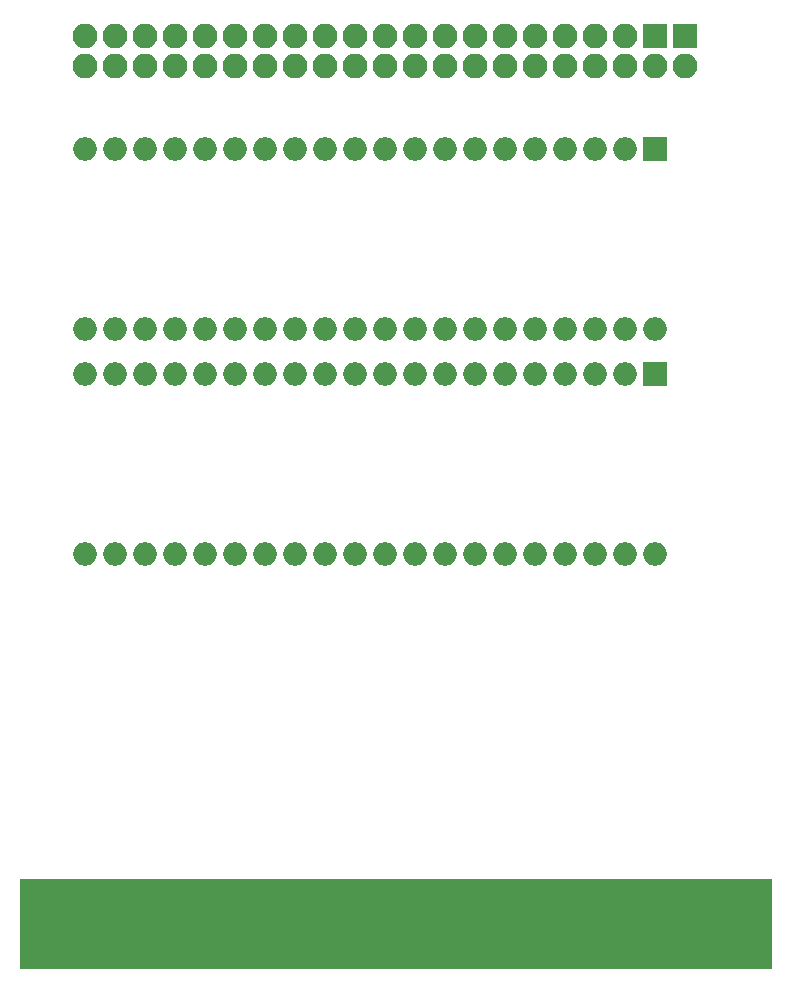
<source format=gbs>
%TF.GenerationSoftware,KiCad,Pcbnew,(5.0.0)*%
%TF.CreationDate,2018-09-17T10:05:30-07:00*%
%TF.ProjectId,6522,363532322E6B696361645F7063620000,0.1*%
%TF.SameCoordinates,PX6b302f8PY7fe6300*%
%TF.FileFunction,Soldermask,Bot*%
%TF.FilePolarity,Negative*%
%FSLAX46Y46*%
G04 Gerber Fmt 4.6, Leading zero omitted, Abs format (unit mm)*
G04 Created by KiCad (PCBNEW (5.0.0)) date 09/17/18 10:05:30*
%MOMM*%
%LPD*%
G01*
G04 APERTURE LIST*
%ADD10R,2.824000X7.650000*%
%ADD11R,2.100000X2.100000*%
%ADD12O,2.100000X2.100000*%
%ADD13R,2.000000X2.000000*%
%ADD14O,2.000000X2.000000*%
G04 APERTURE END LIST*
D10*
X1397000Y3810000D03*
X3937000Y3810000D03*
X6477000Y3810000D03*
X9017000Y3810000D03*
X11557000Y3810000D03*
X14097000Y3810000D03*
X16637000Y3810000D03*
X19177000Y3810000D03*
X21717000Y3810000D03*
X24257000Y3810000D03*
X26797000Y3810000D03*
X29337000Y3810000D03*
X31877000Y3810000D03*
X34417000Y3810000D03*
X36957000Y3810000D03*
X39497000Y3810000D03*
X42037000Y3810000D03*
X44577000Y3810000D03*
X47117000Y3810000D03*
X49657000Y3810000D03*
X52197000Y3810000D03*
X54737000Y3810000D03*
X57277000Y3810000D03*
X59817000Y3810000D03*
X62357000Y3810000D03*
D11*
X53848000Y78994000D03*
D12*
X53848000Y76454000D03*
X51308000Y78994000D03*
X51308000Y76454000D03*
X48768000Y78994000D03*
X48768000Y76454000D03*
X46228000Y78994000D03*
X46228000Y76454000D03*
X43688000Y78994000D03*
X43688000Y76454000D03*
X41148000Y78994000D03*
X41148000Y76454000D03*
X38608000Y78994000D03*
X38608000Y76454000D03*
X36068000Y78994000D03*
X36068000Y76454000D03*
X33528000Y78994000D03*
X33528000Y76454000D03*
X30988000Y78994000D03*
X30988000Y76454000D03*
X28448000Y78994000D03*
X28448000Y76454000D03*
X25908000Y78994000D03*
X25908000Y76454000D03*
X23368000Y78994000D03*
X23368000Y76454000D03*
X20828000Y78994000D03*
X20828000Y76454000D03*
X18288000Y78994000D03*
X18288000Y76454000D03*
X15748000Y78994000D03*
X15748000Y76454000D03*
X13208000Y78994000D03*
X13208000Y76454000D03*
X10668000Y78994000D03*
X10668000Y76454000D03*
X8128000Y78994000D03*
X8128000Y76454000D03*
X5588000Y78994000D03*
X5588000Y76454000D03*
D13*
X53848000Y69469000D03*
D14*
X5588000Y54229000D03*
X51308000Y69469000D03*
X8128000Y54229000D03*
X48768000Y69469000D03*
X10668000Y54229000D03*
X46228000Y69469000D03*
X13208000Y54229000D03*
X43688000Y69469000D03*
X15748000Y54229000D03*
X41148000Y69469000D03*
X18288000Y54229000D03*
X38608000Y69469000D03*
X20828000Y54229000D03*
X36068000Y69469000D03*
X23368000Y54229000D03*
X33528000Y69469000D03*
X25908000Y54229000D03*
X30988000Y69469000D03*
X28448000Y54229000D03*
X28448000Y69469000D03*
X30988000Y54229000D03*
X25908000Y69469000D03*
X33528000Y54229000D03*
X23368000Y69469000D03*
X36068000Y54229000D03*
X20828000Y69469000D03*
X38608000Y54229000D03*
X18288000Y69469000D03*
X41148000Y54229000D03*
X15748000Y69469000D03*
X43688000Y54229000D03*
X13208000Y69469000D03*
X46228000Y54229000D03*
X10668000Y69469000D03*
X48768000Y54229000D03*
X8128000Y69469000D03*
X51308000Y54229000D03*
X5588000Y69469000D03*
X53848000Y54229000D03*
D11*
X56381542Y78977295D03*
D12*
X56381542Y76437295D03*
D14*
X53848000Y35179000D03*
X5588000Y50419000D03*
X51308000Y35179000D03*
X8128000Y50419000D03*
X48768000Y35179000D03*
X10668000Y50419000D03*
X46228000Y35179000D03*
X13208000Y50419000D03*
X43688000Y35179000D03*
X15748000Y50419000D03*
X41148000Y35179000D03*
X18288000Y50419000D03*
X38608000Y35179000D03*
X20828000Y50419000D03*
X36068000Y35179000D03*
X23368000Y50419000D03*
X33528000Y35179000D03*
X25908000Y50419000D03*
X30988000Y35179000D03*
X28448000Y50419000D03*
X28448000Y35179000D03*
X30988000Y50419000D03*
X25908000Y35179000D03*
X33528000Y50419000D03*
X23368000Y35179000D03*
X36068000Y50419000D03*
X20828000Y35179000D03*
X38608000Y50419000D03*
X18288000Y35179000D03*
X41148000Y50419000D03*
X15748000Y35179000D03*
X43688000Y50419000D03*
X13208000Y35179000D03*
X46228000Y50419000D03*
X10668000Y35179000D03*
X48768000Y50419000D03*
X8128000Y35179000D03*
X51308000Y50419000D03*
X5588000Y35179000D03*
D13*
X53848000Y50419000D03*
M02*

</source>
